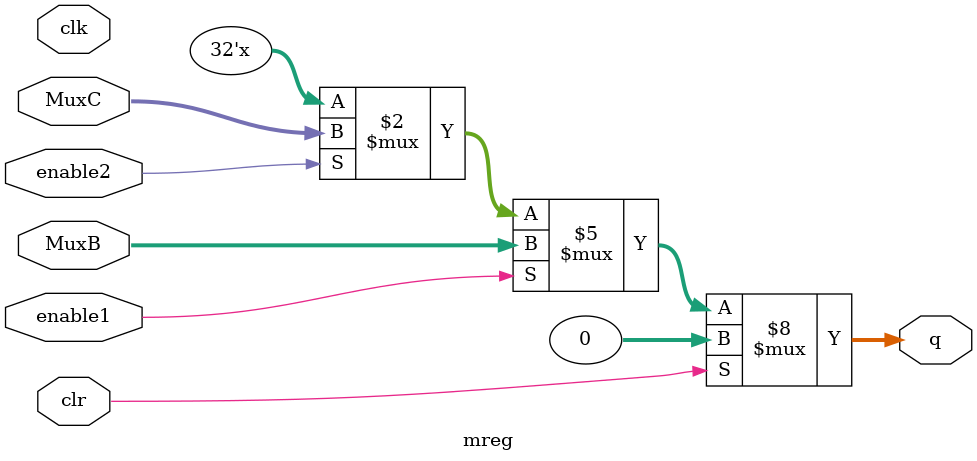
<source format=v>
module mreg #(parameter WIDTH = 32) (
    input wire clk,           // Clock signal
    input wire clr,           // Clear/reset signal
    input wire [WIDTH-1:0] MuxB, MuxC,// Input data
    input wire enable1, enable2,     // Write enable
    output reg [WIDTH-1:0] q  // Output data
);

always @(*) begin
    if (clr)
        q <= {WIDTH{1'b0}}; // Clear register to all zeros
    else if (enable1)
        q <= MuxB;             // Load data into register
	 else if (enable2)
		  q <= MuxC;
end

endmodule
</source>
